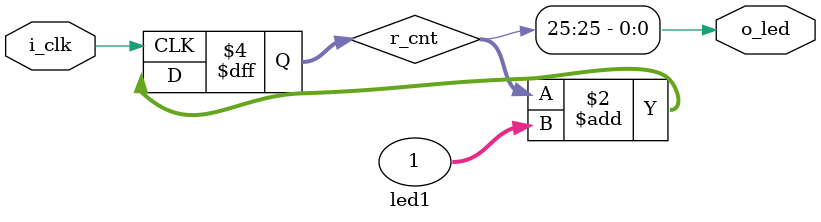
<source format=v>
module led1 (
	input wire i_clk,
	output wire o_led
);

	// create a 32-bit counter
	reg [31:0] r_cnt = 32'd0; 

	// counter block
	always @(posedge i_clk) begin
		r_cnt <= r_cnt + 1;
	end

	// assign LED to 25th bit of the counter to blink the LED at a few Hz
	assign o_led = r_cnt[25];

endmodule
</source>
